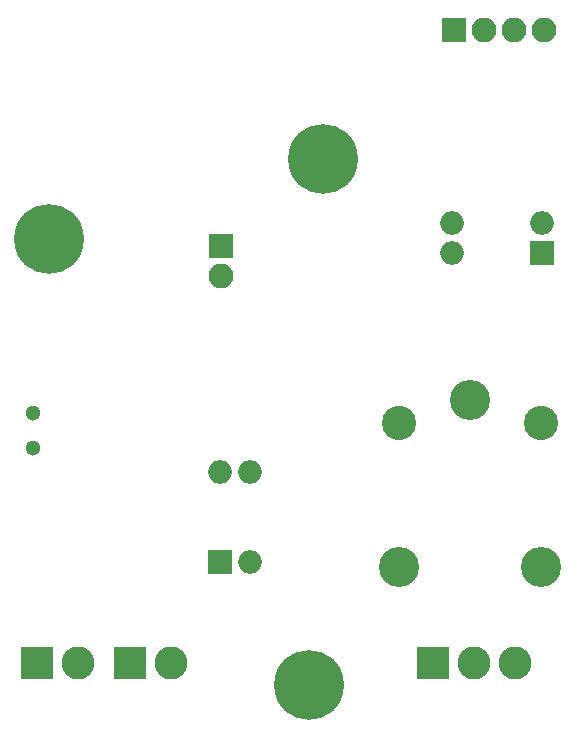
<source format=gbs>
G04 #@! TF.FileFunction,Soldermask,Bot*
%FSLAX46Y46*%
G04 Gerber Fmt 4.6, Leading zero omitted, Abs format (unit mm)*
G04 Created by KiCad (PCBNEW 4.0.6) date 10/30/17 11:30:06*
%MOMM*%
%LPD*%
G01*
G04 APERTURE LIST*
%ADD10C,0.025400*%
%ADD11C,2.800000*%
%ADD12R,2.800000X2.800000*%
%ADD13R,2.100000X2.100000*%
%ADD14O,2.100000X2.100000*%
%ADD15C,2.900000*%
%ADD16C,3.400000*%
%ADD17C,1.300000*%
%ADD18R,2.000000X2.000000*%
%ADD19O,2.000000X2.000000*%
%ADD20C,5.900000*%
G04 APERTURE END LIST*
D10*
D11*
X135780000Y-103020000D03*
D12*
X132280000Y-103020000D03*
D11*
X143650000Y-103010000D03*
D12*
X140150000Y-103010000D03*
D13*
X167590000Y-49390000D03*
D14*
X170130000Y-49390000D03*
X172670000Y-49390000D03*
X175210000Y-49390000D03*
D13*
X147880000Y-67690000D03*
D14*
X147880000Y-70230000D03*
D11*
X169300000Y-103040000D03*
X172800000Y-103040000D03*
D12*
X165800000Y-103040000D03*
D15*
X162950000Y-82670000D03*
D16*
X162950000Y-94870000D03*
X175000000Y-94920000D03*
D15*
X174950000Y-82670000D03*
D16*
X169000000Y-80720000D03*
D17*
X131990000Y-81830000D03*
X131990000Y-84830000D03*
D18*
X147800000Y-94490000D03*
D19*
X150340000Y-86870000D03*
X150340000Y-94490000D03*
X147800000Y-86870000D03*
D20*
X156510000Y-60310000D03*
X133290000Y-67100000D03*
X155320000Y-104840000D03*
D18*
X175070000Y-68290000D03*
D19*
X167450000Y-65750000D03*
X175070000Y-65750000D03*
X167450000Y-68290000D03*
M02*

</source>
